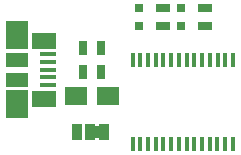
<source format=gtp>
G04 (created by PCBNEW-RS274X (2012-jan-04)-stable) date Fri 25 Jan 2013 15:52:51 CET*
G01*
G70*
G90*
%MOIN*%
G04 Gerber Fmt 3.4, Leading zero omitted, Abs format*
%FSLAX34Y34*%
G04 APERTURE LIST*
%ADD10C,0.006000*%
%ADD11R,0.016000X0.050000*%
%ADD12R,0.035000X0.055000*%
%ADD13R,0.055000X0.039400*%
%ADD14R,0.025000X0.045000*%
%ADD15R,0.031400X0.031400*%
%ADD16R,0.045000X0.025000*%
%ADD17R,0.074700X0.046200*%
%ADD18R,0.074700X0.093500*%
%ADD19R,0.082700X0.058000*%
%ADD20R,0.054300X0.017700*%
%ADD21R,0.076800X0.059100*%
G04 APERTURE END LIST*
G54D10*
G54D11*
X61002Y-44229D03*
X61252Y-44229D03*
X61512Y-44229D03*
X61772Y-44229D03*
X62022Y-44229D03*
X62282Y-44229D03*
X62542Y-44229D03*
X62792Y-44229D03*
X63052Y-44229D03*
X63302Y-44229D03*
X63562Y-44229D03*
X63822Y-44229D03*
X64072Y-44229D03*
X64332Y-44229D03*
X64332Y-41429D03*
X64072Y-41429D03*
X63832Y-41429D03*
X63562Y-41429D03*
X63302Y-41429D03*
X63052Y-41429D03*
X62792Y-41429D03*
X62542Y-41429D03*
X62282Y-41429D03*
X62022Y-41429D03*
X61772Y-41429D03*
X61512Y-41429D03*
X61252Y-41429D03*
X61002Y-41429D03*
G54D12*
X59580Y-43820D03*
X60040Y-43820D03*
X59130Y-43820D03*
G54D13*
X59795Y-43820D03*
G54D14*
X59350Y-41050D03*
X59950Y-41050D03*
X59350Y-41850D03*
X59950Y-41850D03*
G54D15*
X61200Y-39705D03*
X61200Y-40295D03*
X62600Y-39705D03*
X62600Y-40295D03*
G54D16*
X62000Y-39700D03*
X62000Y-40300D03*
X63400Y-40300D03*
X63400Y-39700D03*
G54D17*
X57140Y-41430D03*
X57140Y-42090D03*
G54D18*
X57140Y-42907D03*
X57140Y-40613D03*
G54D19*
X58045Y-42729D03*
X58045Y-40791D03*
G54D20*
X58187Y-41248D03*
X58187Y-41504D03*
X58187Y-41760D03*
X58187Y-42016D03*
X58187Y-42272D03*
G54D21*
X59109Y-42650D03*
X60191Y-42650D03*
M02*

</source>
